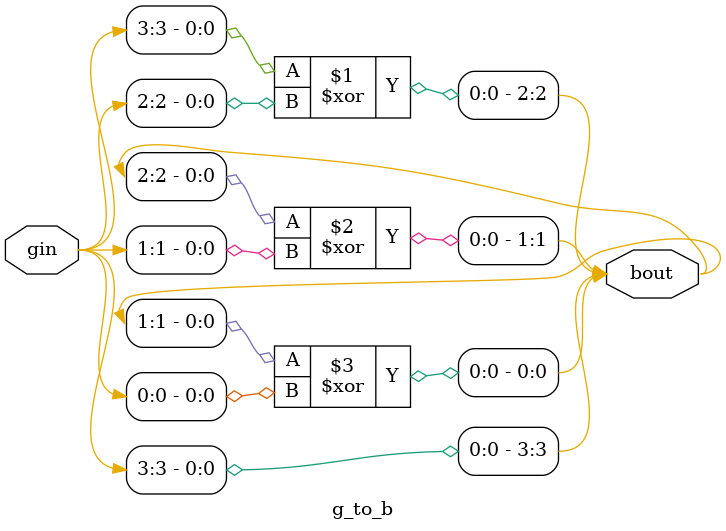
<source format=v>
module g_to_b(
	input [3:0] gin,
	output[3:0] bout
);
assign bout[3] = gin[3];
assign bout[2] = bout[3] ^ gin[2];
assign bout[1] = bout[2] ^ gin[1];
assign bout[0] = bout[1] ^ gin[0];
endmodule

</source>
